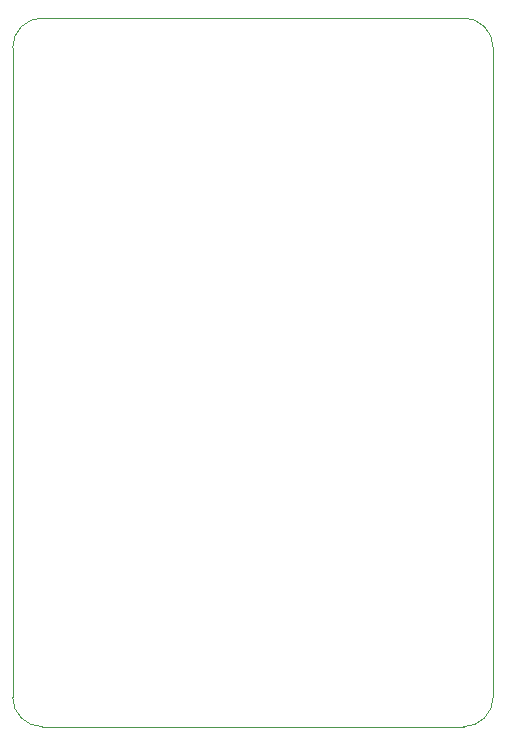
<source format=gm1>
G04 #@! TF.GenerationSoftware,KiCad,Pcbnew,6.0.7*
G04 #@! TF.CreationDate,2022-09-24T12:22:05-05:00*
G04 #@! TF.ProjectId,Penguinator-Glue-Board,50656e67-7569-46e6-9174-6f722d476c75,rev?*
G04 #@! TF.SameCoordinates,Original*
G04 #@! TF.FileFunction,Profile,NP*
%FSLAX46Y46*%
G04 Gerber Fmt 4.6, Leading zero omitted, Abs format (unit mm)*
G04 Created by KiCad (PCBNEW 6.0.7) date 2022-09-24 12:22:05*
%MOMM*%
%LPD*%
G01*
G04 APERTURE LIST*
G04 #@! TA.AperFunction,Profile*
%ADD10C,0.100000*%
G04 #@! TD*
G04 APERTURE END LIST*
D10*
X0Y-2500000D02*
X0Y-57500000D01*
X40682200Y-2500000D02*
G75*
G03*
X38182233Y0I-2500000J0D01*
G01*
X2500000Y-60000000D02*
X38182233Y-60000000D01*
X40682233Y-57500000D02*
X40682233Y-2500000D01*
X2500000Y0D02*
X38182233Y0D01*
X0Y-57500000D02*
G75*
G03*
X2500000Y-60000000I2500000J0D01*
G01*
X38182233Y-60000033D02*
G75*
G03*
X40682233Y-57500000I-33J2500033D01*
G01*
X2500000Y0D02*
G75*
G03*
X0Y-2500000I0J-2500000D01*
G01*
M02*

</source>
